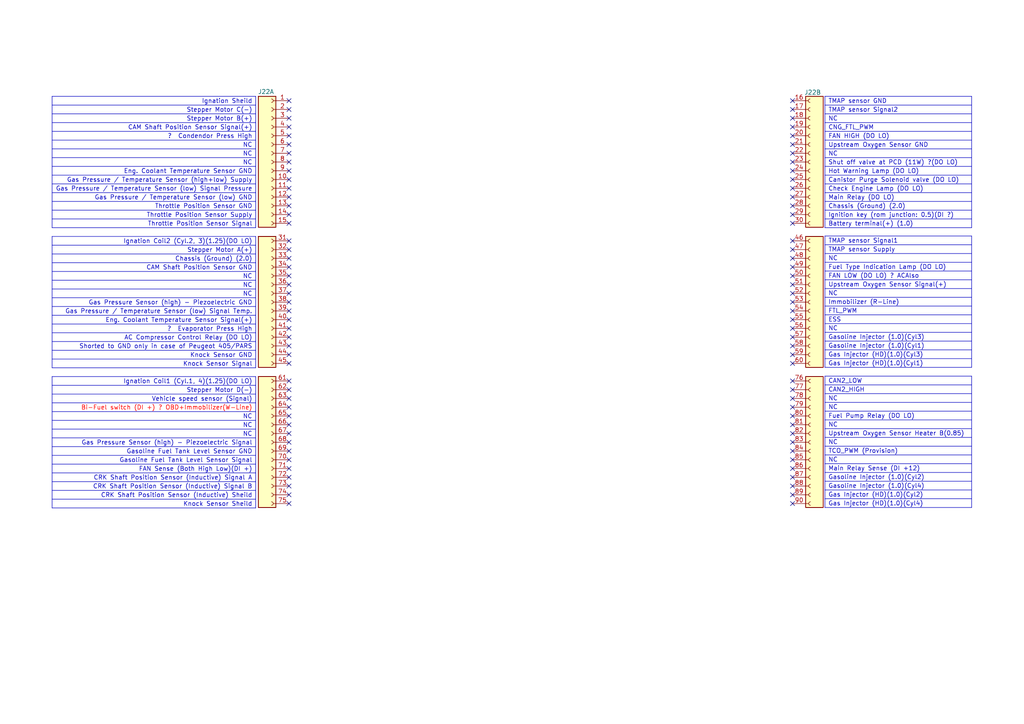
<source format=kicad_sch>
(kicad_sch (version 20250114) (generator "eeschema") (generator_version "9.0")
  (paper "A4")
  (lib_symbols
    (symbol "Conn_01x90_3Row_Socket_1" (pin_names (offset 1.016) (hide yes))
      (property "Reference" "J" (at 1.524 60.833 0))
      (property "Value" "Conn_01x90_3Row_Socket" (at 1.397 -61.214 0))
      (symbol "Conn_01x90_3Row_Socket_1_1_1"
        (pin passive line (at -4.318 58.42 0) (length 3.81) (name "A1") (number "1"))
        (pin passive line (at -4.318 55.88 0) (length 3.81) (name "A2") (number "2"))
        (pin passive line (at -4.318 53.34 0) (length 3.81) (name "A3") (number "3"))
        (pin passive line (at -4.318 50.8 0) (length 3.81) (name "A4") (number "4"))
        (pin passive line (at -4.318 48.26 0) (length 3.81) (name "A5") (number "5"))
        (pin passive line (at -4.318 45.72 0) (length 3.81) (name "A6") (number "6"))
        (pin passive line (at -4.318 43.18 0) (length 3.81) (name "A7") (number "7"))
        (pin passive line (at -4.318 40.64 0) (length 3.81) (name "A8") (number "8"))
        (pin passive line (at -4.318 38.1 0) (length 3.81) (name "A9") (number "9"))
        (pin passive line (at -4.318 35.56 0) (length 3.81) (name "A10") (number "10"))
        (pin passive line (at -4.318 33.02 0) (length 3.81) (name "A11") (number "11"))
        (pin passive line (at -4.318 30.48 0) (length 3.81) (name "A12") (number "12"))
        (pin passive line (at -4.318 27.94 0) (length 3.81) (name "A13") (number "13"))
        (pin passive line (at -4.318 25.4 0) (length 3.81) (name "A14") (number "14"))
        (pin passive line (at -4.318 22.86 0) (length 3.81) (name "A15") (number "15"))
        (pin passive line (at -4.318 17.78 0) (length 3.81) (name "A31") (number "31"))
        (pin passive line (at -4.318 15.24 0) (length 3.81) (name "A32") (number "32"))
        (pin passive line (at -4.318 12.7 0) (length 3.81) (name "A33") (number "33"))
        (pin passive line (at -4.318 10.16 0) (length 3.81) (name "A34") (number "34"))
        (pin passive line (at -4.318 7.62 0) (length 3.81) (name "A35") (number "35"))
        (pin passive line (at -4.318 5.08 0) (length 3.81) (name "A36") (number "36"))
        (pin passive line (at -4.318 2.54 0) (length 3.81) (name "A37") (number "37"))
        (pin passive line (at -4.318 0 0) (length 3.81) (name "A38") (number "38"))
        (pin passive line (at -4.318 -2.54 0) (length 3.81) (name "A39") (number "39"))
        (pin passive line (at -4.318 -5.08 0) (length 3.81) (name "A40") (number "40"))
        (pin passive line (at -4.318 -7.62 0) (length 3.81) (name "A41") (number "41"))
        (pin passive line (at -4.318 -10.16 0) (length 3.81) (name "A42") (number "42"))
        (pin passive line (at -4.318 -12.7 0) (length 3.81) (name "A43") (number "43"))
        (pin passive line (at -4.318 -15.24 0) (length 3.81) (name "A44") (number "44"))
        (pin passive line (at -4.318 -17.78 0) (length 3.81) (name "A45") (number "45"))
        (pin passive line (at -4.318 -22.86 0) (length 3.81) (name "A61") (number "61"))
        (pin passive line (at -4.318 -25.4 0) (length 3.81) (name "A62") (number "62"))
        (pin passive line (at -4.318 -27.94 0) (length 3.81) (name "A63") (number "63"))
        (pin passive line (at -4.318 -30.48 0) (length 3.81) (name "A64") (number "64"))
        (pin passive line (at -4.318 -33.02 0) (length 3.81) (name "A65") (number "65"))
        (pin passive line (at -4.318 -35.56 0) (length 3.81) (name "A66") (number "66"))
        (pin passive line (at -4.318 -38.1 0) (length 3.81) (name "A67") (number "67"))
        (pin passive line (at -4.318 -40.64 0) (length 3.81) (name "A68") (number "68"))
        (pin passive line (at -4.318 -43.18 0) (length 3.81) (name "A69") (number "69"))
        (pin passive line (at -4.318 -45.72 0) (length 3.81) (name "A70") (number "70"))
        (pin passive line (at -4.318 -48.26 0) (length 3.81) (name "A71") (number "71"))
        (pin passive line (at -4.318 -50.8 0) (length 3.81) (name "A72") (number "72"))
        (pin passive line (at -4.318 -53.34 0) (length 3.81) (name "A73") (number "73"))
        (pin passive line (at -4.318 -55.88 0) (length 3.81) (name "A74") (number "74"))
        (pin passive line (at -4.318 -58.42 0) (length 3.81) (name "A75") (number "75"))
      )
      (symbol "Conn_01x90_3Row_Socket_1_2_1"
        (pin passive line (at -4.318 58.42 0) (length 3.81) (name "B16") (number "16"))
        (pin passive line (at -4.318 55.88 0) (length 3.81) (name "B17") (number "17"))
        (pin passive line (at -4.318 53.34 0) (length 3.81) (name "B18") (number "18"))
        (pin passive line (at -4.318 50.8 0) (length 3.81) (name "B19") (number "19"))
        (pin passive line (at -4.318 48.26 0) (length 3.81) (name "B20") (number "20"))
        (pin passive line (at -4.318 45.72 0) (length 3.81) (name "B21") (number "21"))
        (pin passive line (at -4.318 43.18 0) (length 3.81) (name "B22") (number "22"))
        (pin passive line (at -4.318 40.64 0) (length 3.81) (name "B23") (number "23"))
        (pin passive line (at -4.318 38.1 0) (length 3.81) (name "B24") (number "24"))
        (pin passive line (at -4.318 35.56 0) (length 3.81) (name "B25") (number "25"))
        (pin passive line (at -4.318 33.02 0) (length 3.81) (name "B26") (number "26"))
        (pin passive line (at -4.318 30.48 0) (length 3.81) (name "B27") (number "27"))
        (pin passive line (at -4.318 27.94 0) (length 3.81) (name "B28") (number "28"))
        (pin passive line (at -4.318 25.4 0) (length 3.81) (name "B29") (number "29"))
        (pin passive line (at -4.318 22.86 0) (length 3.81) (name "B30") (number "30"))
        (pin passive line (at -4.318 17.78 0) (length 3.81) (name "B46") (number "46"))
        (pin passive line (at -4.318 15.24 0) (length 3.81) (name "B47") (number "47"))
        (pin passive line (at -4.318 12.7 0) (length 3.81) (name "B48") (number "48"))
        (pin passive line (at -4.318 10.16 0) (length 3.81) (name "B49") (number "49"))
        (pin passive line (at -4.318 7.62 0) (length 3.81) (name "B50") (number "50"))
        (pin passive line (at -4.318 5.08 0) (length 3.81) (name "B51") (number "51"))
        (pin passive line (at -4.318 2.54 0) (length 3.81) (name "B52") (number "52"))
        (pin passive line (at -4.318 0 0) (length 3.81) (name "B53") (number "53"))
        (pin passive line (at -4.318 -2.54 0) (length 3.81) (name "B54") (number "54"))
        (pin passive line (at -4.318 -5.08 0) (length 3.81) (name "B55") (number "55"))
        (pin passive line (at -4.318 -7.62 0) (length 3.81) (name "B56") (number "56"))
        (pin passive line (at -4.318 -10.16 0) (length 3.81) (name "B57") (number "57"))
        (pin passive line (at -4.318 -12.7 0) (length 3.81) (name "B58") (number "58"))
        (pin passive line (at -4.318 -15.24 0) (length 3.81) (name "B59") (number "59"))
        (pin passive line (at -4.318 -17.78 0) (length 3.81) (name "B60") (number "60"))
        (pin passive line (at -4.318 -22.86 0) (length 3.81) (name "B76") (number "76"))
        (pin passive line (at -4.318 -25.4 0) (length 3.81) (name "B77") (number "77"))
        (pin passive line (at -4.318 -27.94 0) (length 3.81) (name "B78") (number "78"))
        (pin passive line (at -4.318 -30.48 0) (length 3.81) (name "B79") (number "79"))
        (pin passive line (at -4.318 -33.02 0) (length 3.81) (name "B80") (number "80"))
        (pin passive line (at -4.318 -35.56 0) (length 3.81) (name "B81") (number "81"))
        (pin passive line (at -4.318 -38.1 0) (length 3.81) (name "B82") (number "82"))
        (pin passive line (at -4.318 -40.64 0) (length 3.81) (name "B83") (number "83"))
        (pin passive line (at -4.318 -43.18 0) (length 3.81) (name "B84") (number "84"))
        (pin passive line (at -4.318 -45.72 0) (length 3.81) (name "B85") (number "85"))
        (pin passive line (at -4.318 -48.26 0) (length 3.81) (name "B86") (number "86"))
        (pin passive line (at -4.318 -50.8 0) (length 3.81) (name "B87") (number "87"))
        (pin passive line (at -4.318 -53.34 0) (length 3.81) (name "B88") (number "88"))
        (pin passive line (at -4.318 -55.88 0) (length 3.81) (name "B89") (number "89"))
        (pin passive line (at -4.318 -58.42 0) (length 3.81) (name "B90") (number "90"))
      )
    )
    (symbol "sicma_socket:Conn_01x90_3Row_Socket" (pin_names (offset 1.016) (hide yes))
      (property "Reference" "J" (at 1.524 60.833 0))
      (property "Value" "Conn_01x90_3Row_Socket" (at 1.397 -61.214 0))
      (symbol "Conn_01x90_3Row_Socket_1_1"
        (pin passive line (at -4.318 58.42 0) (length 3.81) (name "A1") (number "1"))
        (pin passive line (at -4.318 55.88 0) (length 3.81) (name "A2") (number "2"))
        (pin passive line (at -4.318 53.34 0) (length 3.81) (name "A3") (number "3"))
        (pin passive line (at -4.318 50.8 0) (length 3.81) (name "A4") (number "4"))
        (pin passive line (at -4.318 48.26 0) (length 3.81) (name "A5") (number "5"))
        (pin passive line (at -4.318 45.72 0) (length 3.81) (name "A6") (number "6"))
        (pin passive line (at -4.318 43.18 0) (length 3.81) (name "A7") (number "7"))
        (pin passive line (at -4.318 40.64 0) (length 3.81) (name "A8") (number "8"))
        (pin passive line (at -4.318 38.1 0) (length 3.81) (name "A9") (number "9"))
        (pin passive line (at -4.318 35.56 0) (length 3.81) (name "A10") (number "10"))
        (pin passive line (at -4.318 33.02 0) (length 3.81) (name "A11") (number "11"))
        (pin passive line (at -4.318 30.48 0) (length 3.81) (name "A12") (number "12"))
        (pin passive line (at -4.318 27.94 0) (length 3.81) (name "A13") (number "13"))
        (pin passive line (at -4.318 25.4 0) (length 3.81) (name "A14") (number "14"))
        (pin passive line (at -4.318 22.86 0) (length 3.81) (name "A15") (number "15"))
        (pin passive line (at -4.318 17.78 0) (length 3.81) (name "A31") (number "31"))
        (pin passive line (at -4.318 15.24 0) (length 3.81) (name "A32") (number "32"))
        (pin passive line (at -4.318 12.7 0) (length 3.81) (name "A33") (number "33"))
        (pin passive line (at -4.318 10.16 0) (length 3.81) (name "A34") (number "34"))
        (pin passive line (at -4.318 7.62 0) (length 3.81) (name "A35") (number "35"))
        (pin passive line (at -4.318 5.08 0) (length 3.81) (name "A36") (number "36"))
        (pin passive line (at -4.318 2.54 0) (length 3.81) (name "A37") (number "37"))
        (pin passive line (at -4.318 0 0) (length 3.81) (name "A38") (number "38"))
        (pin passive line (at -4.318 -2.54 0) (length 3.81) (name "A39") (number "39"))
        (pin passive line (at -4.318 -5.08 0) (length 3.81) (name "A40") (number "40"))
        (pin passive line (at -4.318 -7.62 0) (length 3.81) (name "A41") (number "41"))
        (pin passive line (at -4.318 -10.16 0) (length 3.81) (name "A42") (number "42"))
        (pin passive line (at -4.318 -12.7 0) (length 3.81) (name "A43") (number "43"))
        (pin passive line (at -4.318 -15.24 0) (length 3.81) (name "A44") (number "44"))
        (pin passive line (at -4.318 -17.78 0) (length 3.81) (name "A45") (number "45"))
        (pin passive line (at -4.318 -22.86 0) (length 3.81) (name "A61") (number "61"))
        (pin passive line (at -4.318 -25.4 0) (length 3.81) (name "A62") (number "62"))
        (pin passive line (at -4.318 -27.94 0) (length 3.81) (name "A63") (number "63"))
        (pin passive line (at -4.318 -30.48 0) (length 3.81) (name "A64") (number "64"))
        (pin passive line (at -4.318 -33.02 0) (length 3.81) (name "A65") (number "65"))
        (pin passive line (at -4.318 -35.56 0) (length 3.81) (name "A66") (number "66"))
        (pin passive line (at -4.318 -38.1 0) (length 3.81) (name "A67") (number "67"))
        (pin passive line (at -4.318 -40.64 0) (length 3.81) (name "A68") (number "68"))
        (pin passive line (at -4.318 -43.18 0) (length 3.81) (name "A69") (number "69"))
        (pin passive line (at -4.318 -45.72 0) (length 3.81) (name "A70") (number "70"))
        (pin passive line (at -4.318 -48.26 0) (length 3.81) (name "A71") (number "71"))
        (pin passive line (at -4.318 -50.8 0) (length 3.81) (name "A72") (number "72"))
        (pin passive line (at -4.318 -53.34 0) (length 3.81) (name "A73") (number "73"))
        (pin passive line (at -4.318 -55.88 0) (length 3.81) (name "A74") (number "74"))
        (pin passive line (at -4.318 -58.42 0) (length 3.81) (name "A75") (number "75"))
      )
      (symbol "Conn_01x90_3Row_Socket_2_1"
        (pin passive line (at -4.318 58.42 0) (length 3.81) (name "B16") (number "16"))
        (pin passive line (at -4.318 55.88 0) (length 3.81) (name "B17") (number "17"))
        (pin passive line (at -4.318 53.34 0) (length 3.81) (name "B18") (number "18"))
        (pin passive line (at -4.318 50.8 0) (length 3.81) (name "B19") (number "19"))
        (pin passive line (at -4.318 48.26 0) (length 3.81) (name "B20") (number "20"))
        (pin passive line (at -4.318 45.72 0) (length 3.81) (name "B21") (number "21"))
        (pin passive line (at -4.318 43.18 0) (length 3.81) (name "B22") (number "22"))
        (pin passive line (at -4.318 40.64 0) (length 3.81) (name "B23") (number "23"))
        (pin passive line (at -4.318 38.1 0) (length 3.81) (name "B24") (number "24"))
        (pin passive line (at -4.318 35.56 0) (length 3.81) (name "B25") (number "25"))
        (pin passive line (at -4.318 33.02 0) (length 3.81) (name "B26") (number "26"))
        (pin passive line (at -4.318 30.48 0) (length 3.81) (name "B27") (number "27"))
        (pin passive line (at -4.318 27.94 0) (length 3.81) (name "B28") (number "28"))
        (pin passive line (at -4.318 25.4 0) (length 3.81) (name "B29") (number "29"))
        (pin passive line (at -4.318 22.86 0) (length 3.81) (name "B30") (number "30"))
        (pin passive line (at -4.318 17.78 0) (length 3.81) (name "B46") (number "46"))
        (pin passive line (at -4.318 15.24 0) (length 3.81) (name "B47") (number "47"))
        (pin passive line (at -4.318 12.7 0) (length 3.81) (name "B48") (number "48"))
        (pin passive line (at -4.318 10.16 0) (length 3.81) (name "B49") (number "49"))
        (pin passive line (at -4.318 7.62 0) (length 3.81) (name "B50") (number "50"))
        (pin passive line (at -4.318 5.08 0) (length 3.81) (name "B51") (number "51"))
        (pin passive line (at -4.318 2.54 0) (length 3.81) (name "B52") (number "52"))
        (pin passive line (at -4.318 0 0) (length 3.81) (name "B53") (number "53"))
        (pin passive line (at -4.318 -2.54 0) (length 3.81) (name "B54") (number "54"))
        (pin passive line (at -4.318 -5.08 0) (length 3.81) (name "B55") (number "55"))
        (pin passive line (at -4.318 -7.62 0) (length 3.81) (name "B56") (number "56"))
        (pin passive line (at -4.318 -10.16 0) (length 3.81) (name "B57") (number "57"))
        (pin passive line (at -4.318 -12.7 0) (length 3.81) (name "B58") (number "58"))
        (pin passive line (at -4.318 -15.24 0) (length 3.81) (name "B59") (number "59"))
        (pin passive line (at -4.318 -17.78 0) (length 3.81) (name "B60") (number "60"))
        (pin passive line (at -4.318 -22.86 0) (length 3.81) (name "B76") (number "76"))
        (pin passive line (at -4.318 -25.4 0) (length 3.81) (name "B77") (number "77"))
        (pin passive line (at -4.318 -27.94 0) (length 3.81) (name "B78") (number "78"))
        (pin passive line (at -4.318 -30.48 0) (length 3.81) (name "B79") (number "79"))
        (pin passive line (at -4.318 -33.02 0) (length 3.81) (name "B80") (number "80"))
        (pin passive line (at -4.318 -35.56 0) (length 3.81) (name "B81") (number "81"))
        (pin passive line (at -4.318 -38.1 0) (length 3.81) (name "B82") (number "82"))
        (pin passive line (at -4.318 -40.64 0) (length 3.81) (name "B83") (number "83"))
        (pin passive line (at -4.318 -43.18 0) (length 3.81) (name "B84") (number "84"))
        (pin passive line (at -4.318 -45.72 0) (length 3.81) (name "B85") (number "85"))
        (pin passive line (at -4.318 -48.26 0) (length 3.81) (name "B86") (number "86"))
        (pin passive line (at -4.318 -50.8 0) (length 3.81) (name "B87") (number "87"))
        (pin passive line (at -4.318 -53.34 0) (length 3.81) (name "B88") (number "88"))
        (pin passive line (at -4.318 -55.88 0) (length 3.81) (name "B89") (number "89"))
        (pin passive line (at -4.318 -58.42 0) (length 3.81) (name "B90") (number "90"))
      )
    )
  )
  (no_connect (at 83.82 130.81))
  (no_connect (at 229.87 29.21))
  (no_connect (at 229.87 82.55))
  (no_connect (at 83.82 138.43))
  (no_connect (at 83.82 62.23))
  (no_connect (at 229.87 92.71))
  (no_connect (at 229.87 57.15))
  (no_connect (at 83.82 36.83))
  (no_connect (at 229.87 118.11))
  (no_connect (at 229.87 105.41))
  (no_connect (at 229.87 128.27))
  (no_connect (at 229.87 31.75))
  (no_connect (at 229.87 135.89))
  (no_connect (at 83.82 74.93))
  (no_connect (at 229.87 64.77))
  (no_connect (at 83.82 90.17))
  (no_connect (at 229.87 36.83))
  (no_connect (at 83.82 95.25))
  (no_connect (at 83.82 125.73))
  (no_connect (at 83.82 34.29))
  (no_connect (at 83.82 97.79))
  (no_connect (at 229.87 90.17))
  (no_connect (at 229.87 85.09))
  (no_connect (at 229.87 34.29))
  (no_connect (at 229.87 80.01))
  (no_connect (at 83.82 87.63))
  (no_connect (at 229.87 120.65))
  (no_connect (at 83.82 31.75))
  (no_connect (at 83.82 52.07))
  (no_connect (at 229.87 62.23))
  (no_connect (at 83.82 92.71))
  (no_connect (at 83.82 44.45))
  (no_connect (at 229.87 113.03))
  (no_connect (at 229.87 138.43))
  (no_connect (at 229.87 39.37))
  (no_connect (at 83.82 39.37))
  (no_connect (at 83.82 118.11))
  (no_connect (at 83.82 115.57))
  (no_connect (at 229.87 146.05))
  (no_connect (at 229.87 143.51))
  (no_connect (at 83.82 100.33))
  (no_connect (at 83.82 29.21))
  (no_connect (at 83.82 105.41))
  (no_connect (at 83.82 123.19))
  (no_connect (at 83.82 120.65))
  (no_connect (at 83.82 140.97))
  (no_connect (at 83.82 54.61))
  (no_connect (at 83.82 85.09))
  (no_connect (at 229.87 41.91))
  (no_connect (at 229.87 102.87))
  (no_connect (at 83.82 69.85))
  (no_connect (at 229.87 74.93))
  (no_connect (at 229.87 130.81))
  (no_connect (at 229.87 140.97))
  (no_connect (at 229.87 97.79))
  (no_connect (at 83.82 77.47))
  (no_connect (at 229.87 87.63))
  (no_connect (at 229.87 49.53))
  (no_connect (at 229.87 95.25))
  (no_connect (at 83.82 82.55))
  (no_connect (at 83.82 143.51))
  (no_connect (at 229.87 54.61))
  (no_connect (at 83.82 64.77))
  (no_connect (at 229.87 44.45))
  (no_connect (at 229.87 69.85))
  (no_connect (at 83.82 135.89))
  (no_connect (at 229.87 46.99))
  (no_connect (at 83.82 46.99))
  (no_connect (at 83.82 110.49))
  (no_connect (at 83.82 59.69))
  (no_connect (at 229.87 125.73))
  (no_connect (at 229.87 133.35))
  (no_connect (at 83.82 128.27))
  (no_connect (at 229.87 123.19))
  (no_connect (at 83.82 72.39))
  (no_connect (at 229.87 52.07))
  (no_connect (at 229.87 115.57))
  (no_connect (at 83.82 57.15))
  (no_connect (at 229.87 77.47))
  (no_connect (at 83.82 102.87))
  (no_connect (at 83.82 133.35))
  (no_connect (at 229.87 110.49))
  (no_connect (at 83.82 41.91))
  (no_connect (at 229.87 100.33))
  (no_connect (at 83.82 146.05))
  (no_connect (at 83.82 113.03))
  (no_connect (at 229.87 59.69))
  (no_connect (at 83.82 80.01))
  (no_connect (at 83.82 49.53))
  (no_connect (at 229.87 72.39))
  (table (column_count 1) (border (external yes) (header yes)) (separators (rows yes) (cols yes)) (column_widths 42.545) (row_heights 2.54 2.54 2.54 2.54 2.54 2.54 2.54 2.54 2.54 2.54 2.54 2.54 2.54 2.54 2.54) (cells (table_cell "CAN2_LOW" (at 239.268 109.093 0) (size 42.545 2.54) (margins 0.9525 0.9525 0.9525 0.9525) (span 1 1)) (table_cell "CAN2_HIGH" (at 239.268 111.633 0) (size 42.545 2.54) (margins 0.9525 0.9525 0.9525 0.9525) (span 1 1)) (table_cell "NC" (at 239.268 114.173 0) (size 42.545 2.54) (margins 0.9525 0.9525 0.9525 0.9525) (span 1 1)) (table_cell "NC" (at 239.268 116.713 0) (size 42.545 2.54) (margins 0.9525 0.9525 0.9525 0.9525) (span 1 1)) (table_cell "Fuel Pump Relay (DO LO)" (at 239.268 119.253 0) (size 42.545 2.54) (margins 0.9525 0.9525 0.9525 0.9525) (span 1 1)) (table_cell "NC" (at 239.268 121.793 0) (size 42.545 2.54) (margins 0.9525 0.9525 0.9525 0.9525) (span 1 1)) (table_cell "Upstream Oxygen Sensor Heater B(0.85)" (at 239.268 124.333 0) (size 42.545 2.54) (margins 0.9525 0.9525 0.9525 0.9525) (span 1 1)) (table_cell "NC" (at 239.268 126.873 0) (size 42.545 2.54) (margins 0.9525 0.9525 0.9525 0.9525) (span 1 1)) (table_cell "TCO_PWM (Provision)" (at 239.268 129.413 0) (size 42.545 2.54) (margins 0.9525 0.9525 0.9525 0.9525) (span 1 1)) (table_cell "NC" (at 239.268 131.953 0) (size 42.545 2.54) (margins 0.9525 0.9525 0.9525 0.9525) (span 1 1)) (table_cell "Main Relay Sense (DI +12)" (at 239.268 134.493 0) (size 42.545 2.54) (margins 0.9525 0.9525 0.9525 0.9525) (span 1 1)) (table_cell "Gasoline Injector (1.0)(Cyl2)" (at 239.268 137.033 0) (size 42.545 2.54) (margins 0.9525 0.9525 0.9525 0.9525) (span 1 1)) (table_cell "Gasoline Injector (1.0)(Cyl4)" (at 239.268 139.573 0) (size 42.545 2.54) (margins 0.9525 0.9525 0.9525 0.9525) (span 1 1)) (table_cell "Gas Injector (HD)(1.0)(Cyl2)" (at 239.268 142.113 0) (size 42.545 2.54) (margins 0.9525 0.9525 0.9525 0.9525) (span 1 1)) (table_cell "Gas Injector (HD)(1.0)(Cyl4)" (at 239.268 144.653 0) (size 42.545 2.54) (margins 0.9525 0.9525 0.9525 0.9525) (span 1 1))))
  (table (column_count 1) (border (external yes) (header no)) (separators (rows yes) (cols no)) (column_widths 59.055) (row_heights 2.54 2.54 2.54 2.54 2.54 2.54 2.54 2.54 2.54 2.54 2.54 2.54 2.54 2.54 2.54) (cells (table_cell "Ignation Sheild" (at 15.113 27.94 0) (size 59.055 2.54) (margins 0.9525 0.9525 0.9525 0.9525) (span 1 1)) (table_cell "Stepper Motor C(-)" (at 15.113 30.48 0) (size 59.055 2.54) (margins 0.9525 0.9525 0.9525 0.9525) (span 1 1)) (table_cell "Stepper Motor B(+)" (at 15.113 33.02 0) (size 59.055 2.54) (margins 0.9525 0.9525 0.9525 0.9525) (span 1 1)) (table_cell "CAM Shaft Position Sensor Signal(+)" (at 15.113 35.56 0) (size 59.055 2.54) (margins 0.9525 0.9525 0.9525 0.9525) (span 1 1)) (table_cell "?  Condendor Press High" (at 15.113 38.1 0) (size 59.055 2.54) (margins 0.9525 0.9525 0.9525 0.9525) (span 1 1)) (table_cell "NC" (at 15.113 40.64 0) (size 59.055 2.54) (margins 0.9525 0.9525 0.9525 0.9525) (span 1 1)) (table_cell "NC" (at 15.113 43.18 0) (size 59.055 2.54) (margins 0.9525 0.9525 0.9525 0.9525) (span 1 1)) (table_cell "NC" (at 15.113 45.72 0) (size 59.055 2.54) (margins 0.9525 0.9525 0.9525 0.9525) (span 1 1)) (table_cell "Eng. Coolant Temperature Sensor GND" (at 15.113 48.26 0) (size 59.055 2.54) (margins 0.9525 0.9525 0.9525 0.9525) (span 1 1)) (table_cell "Gas Pressure / Temperature Sensor (high+low) Supply" (at 15.113 50.8 0) (size 59.055 2.54) (margins 0.9525 0.9525 0.9525 0.9525) (span 1 1)) (table_cell "Gas Pressure / Temperature Sensor (low) Signal Pressure" (at 15.113 53.34 0) (size 59.055 2.54) (margins 0.9525 0.9525 0.9525 0.9525) (span 1 1)) (table_cell "Gas Pressure / Temperature Sensor (low) GND" (at 15.113 55.88 0) (size 59.055 2.54) (margins 0.9525 0.9525 0.9525 0.9525) (span 1 1)) (table_cell "Throttle Position Sensor GND" (at 15.113 58.42 0) (size 59.055 2.54) (margins 0.9525 0.9525 0.9525 0.9525) (span 1 1)) (table_cell "Throttle Position Sensor Supply" (at 15.113 60.96 0) (size 59.055 2.54) (margins 0.9525 0.9525 0.9525 0.9525) (span 1 1)) (table_cell "Throttle Position Sensor Signal" (at 15.113 63.5 0) (size 59.055 2.54) (margins 0.9525 0.9525 0.9525 0.9525) (span 1 1))))
  (table (column_count 1) (border (external yes) (header yes)) (separators (rows yes) (cols yes)) (column_widths 42.545) (row_heights 2.54 2.54 2.54 2.54 2.54 2.54 2.54 2.54 2.54 2.54 2.54 2.54 2.54 2.54 2.54) (cells (table_cell "TMAP sensor Signal1" (at 239.268 68.453 0) (size 42.545 2.54) (margins 0.9525 0.9525 0.9525 0.9525) (span 1 1)) (table_cell "TMAP sensor Supply" (at 239.268 70.993 0) (size 42.545 2.54) (margins 0.9525 0.9525 0.9525 0.9525) (span 1 1)) (table_cell "NC" (at 239.268 73.533 0) (size 42.545 2.54) (margins 0.9525 0.9525 0.9525 0.9525) (span 1 1)) (table_cell "Fuel Type Indication Lamp (DO LO)" (at 239.268 76.073 0) (size 42.545 2.54) (margins 0.9525 0.9525 0.9525 0.9525) (span 1 1)) (table_cell "FAN LOW (DO LO) ? ACAlso" (at 239.268 78.613 0) (size 42.545 2.54) (margins 0.9525 0.9525 0.9525 0.9525) (span 1 1)) (table_cell "Upstream Oxygen Sensor Signal(+)" (at 239.268 81.153 0) (size 42.545 2.54) (margins 0.9525 0.9525 0.9525 0.9525) (span 1 1)) (table_cell "NC" (at 239.268 83.693 0) (size 42.545 2.54) (margins 0.9525 0.9525 0.9525 0.9525) (span 1 1)) (table_cell "Immobilizer (R-Line)" (at 239.268 86.233 0) (size 42.545 2.54) (margins 0.9525 0.9525 0.9525 0.9525) (span 1 1)) (table_cell "FTL_PWM" (at 239.268 88.773 0) (size 42.545 2.54) (margins 0.9525 0.9525 0.9525 0.9525) (span 1 1)) (table_cell "ESS" (at 239.268 91.313 0) (size 42.545 2.54) (margins 0.9525 0.9525 0.9525 0.9525) (span 1 1)) (table_cell "NC" (at 239.268 93.853 0) (size 42.545 2.54) (margins 0.9525 0.9525 0.9525 0.9525) (span 1 1)) (table_cell "Gasoline Injector (1.0)(Cyl3)" (at 239.268 96.393 0) (size 42.545 2.54) (margins 0.9525 0.9525 0.9525 0.9525) (span 1 1)) (table_cell "Gasoline Injector (1.0)(Cyl1)" (at 239.268 98.933 0) (size 42.545 2.54) (margins 0.9525 0.9525 0.9525 0.9525) (span 1 1)) (table_cell "Gas Injector (HD)(1.0)(Cyl3)" (at 239.268 101.473 0) (size 42.545 2.54) (margins 0.9525 0.9525 0.9525 0.9525) (span 1 1)) (table_cell "Gas Injector (HD)(1.0)(Cyl1)" (at 239.268 104.013 0) (size 42.545 2.54) (margins 0.9525 0.9525 0.9525 0.9525) (span 1 1))))
  (table (column_count 1) (border (external yes) (header yes)) (separators (rows yes) (cols yes)) (column_widths 59.055) (row_heights 2.54 2.54 2.54 2.54 2.54 2.54 2.54 2.54 2.54 2.54 2.54 2.54 2.54 2.54 2.54) (cells (table_cell "Ignation Coil2 (Cyl.2, 3)(1.25)(DO LO)" (at 15.113 68.58 0) (size 59.055 2.54) (margins 0.9525 0.9525 0.9525 0.9525) (span 1 1)) (table_cell "Stepper Motor A(+)" (at 15.113 71.12 0) (size 59.055 2.54) (margins 0.9525 0.9525 0.9525 0.9525) (span 1 1)) (table_cell "Chassis (Ground) (2.0)" (at 15.113 73.66 0) (size 59.055 2.54) (margins 0.9525 0.9525 0.9525 0.9525) (span 1 1)) (table_cell "CAM Shaft Position Sensor GND" (at 15.113 76.2 0) (size 59.055 2.54) (margins 0.9525 0.9525 0.9525 0.9525) (span 1 1)) (table_cell "NC" (at 15.113 78.74 0) (size 59.055 2.54) (margins 0.9525 0.9525 0.9525 0.9525) (span 1 1)) (table_cell "NC" (at 15.113 81.28 0) (size 59.055 2.54) (margins 0.9525 0.9525 0.9525 0.9525) (span 1 1)) (table_cell "NC" (at 15.113 83.82 0) (size 59.055 2.54) (margins 0.9525 0.9525 0.9525 0.9525) (span 1 1)) (table_cell "Gas Pressure Sensor (high) - Piezoelectric GND" (at 15.113 86.36 0) (size 59.055 2.54) (margins 0.9525 0.9525 0.9525 0.9525) (span 1 1)) (table_cell "Gas Pressure / Temperature Sensor (low) Signal Temp." (at 15.113 88.9 0) (size 59.055 2.54) (margins 0.9525 0.9525 0.9525 0.9525) (span 1 1)) (table_cell "Eng. Coolant Temperature Sensor Signal(+)" (at 15.113 91.44 0) (size 59.055 2.54) (margins 0.9525 0.9525 0.9525 0.9525) (span 1 1)) (table_cell "?  Evaporator Press High" (at 15.113 93.98 0) (size 59.055 2.54) (margins 0.9525 0.9525 0.9525 0.9525) (span 1 1)) (table_cell "AC Compressor Control Relay (DO LO)" (at 15.113 96.52 0) (size 59.055 2.54) (margins 0.9525 0.9525 0.9525 0.9525) (span 1 1)) (table_cell "Shorted to GND only in case of Peugeot 405/PARS" (at 15.113 99.06 0) (size 59.055 2.54) (margins 0.9525 0.9525 0.9525 0.9525) (span 1 1)) (table_cell "Knock Sensor GND" (at 15.113 101.6 0) (size 59.055 2.54) (margins 0.9525 0.9525 0.9525 0.9525) (span 1 1)) (table_cell "Knock Sensor Signal" (at 15.113 104.14 0) (size 59.055 2.54) (margins 0.9525 0.9525 0.9525 0.9525) (span 1 1))))
  (table (column_count 1) (border (external yes) (header yes)) (separators (rows yes) (cols yes)) (column_widths 59.055) (row_heights 2.54 2.54 2.54 2.54 2.54 2.54 2.54 2.54 2.54 2.54 2.54 2.54 2.54 2.54 2.54) (cells (table_cell "Ignation Coil1 (Cyl.1, 4)(1.25)(DO LO)" (at 15.113 109.22 0) (size 59.055 2.54) (margins 0.9525 0.9525 0.9525 0.9525) (span 1 1)) (table_cell "Stepper Motor D(-)" (at 15.113 111.76 0) (size 59.055 2.54) (margins 0.9525 0.9525 0.9525 0.9525) (span 1 1)) (table_cell "Vehicle speed sensor (Signal)" (at 15.113 114.3 0) (size 59.055 2.54) (margins 0.9525 0.9525 0.9525 0.9525) (span 1 1)) (table_cell "Bi-Fuel switch (DI +) ? OBD+Immobilizer(W-Line)" (at 15.113 116.84 0) (size 59.055 2.54) (margins 0.9525 0.9525 0.9525 0.9525) (span 1 1)) (table_cell "NC" (at 15.113 119.38 0) (size 59.055 2.54) (margins 0.9525 0.9525 0.9525 0.9525) (span 1 1)) (table_cell "NC" (at 15.113 121.92 0) (size 59.055 2.54) (margins 0.9525 0.9525 0.9525 0.9525) (span 1 1)) (table_cell "NC" (at 15.113 124.46 0) (size 59.055 2.54) (margins 0.9525 0.9525 0.9525 0.9525) (span 1 1)) (table_cell "Gas Pressure Sensor (high) - Piezoelectric Signal" (at 15.113 127 0) (size 59.055 2.54) (margins 0.9525 0.9525 0.9525 0.9525) (span 1 1)) (table_cell "Gasoline Fuel Tank Level Sensor GND" (at 15.113 129.54 0) (size 59.055 2.54) (margins 0.9525 0.9525 0.9525 0.9525) (span 1 1)) (table_cell "Gasoline Fuel Tank Level Sensor Signal" (at 15.113 132.08 0) (size 59.055 2.54) (margins 0.9525 0.9525 0.9525 0.9525) (span 1 1)) (table_cell "FAN Sense (Both High Low)(DI +)" (at 15.113 134.62 0) (size 59.055 2.54) (margins 0.9525 0.9525 0.9525 0.9525) (span 1 1)) (table_cell "CRK Shaft Position Sensor (Inductive) Signal A" (at 15.113 137.16 0) (size 59.055 2.54) (margins 0.9525 0.9525 0.9525 0.9525) (span 1 1)) (table_cell "CRK Shaft Position Sensor (Inductive) Signal B" (at 15.113 139.7 0) (size 59.055 2.54) (margins 0.9525 0.9525 0.9525 0.9525) (span 1 1)) (table_cell "CRK Shaft Position Sensor (Inductive) Sheild" (at 15.113 142.24 0) (size 59.055 2.54) (margins 0.9525 0.9525 0.9525 0.9525) (span 1 1)) (table_cell "Knock Sensor Sheild" (at 15.113 144.78 0) (size 59.055 2.54) (margins 0.9525 0.9525 0.9525 0.9525) (span 1 1))))
  (table (column_count 1) (border (external yes) (header yes)) (separators (rows yes) (cols yes)) (column_widths 42.545) (row_heights 2.54 2.54 2.54 2.54 2.54 2.54 2.54 2.54 2.54 2.54 2.54 2.54 2.54 2.54 2.54) (cells (table_cell "TMAP sensor GND" (at 239.268 27.94 0) (size 42.545 2.54) (margins 0.9525 0.9525 0.9525 0.9525) (span 1 1)) (table_cell "TMAP sensor Signal2" (at 239.268 30.48 0) (size 42.545 2.54) (margins 0.9525 0.9525 0.9525 0.9525) (span 1 1)) (table_cell "NC" (at 239.268 33.02 0) (size 42.545 2.54) (margins 0.9525 0.9525 0.9525 0.9525) (span 1 1)) (table_cell "CNG_FTL_PWM" (at 239.268 35.56 0) (size 42.545 2.54) (margins 0.9525 0.9525 0.9525 0.9525) (span 1 1)) (table_cell "FAN HIGH (DO LO)" (at 239.268 38.1 0) (size 42.545 2.54) (margins 0.9525 0.9525 0.9525 0.9525) (span 1 1)) (table_cell "Upstream Oxygen Sensor GND" (at 239.268 40.64 0) (size 42.545 2.54) (margins 0.9525 0.9525 0.9525 0.9525) (span 1 1)) (table_cell "NC" (at 239.268 43.18 0) (size 42.545 2.54) (margins 0.9525 0.9525 0.9525 0.9525) (span 1 1)) (table_cell "Shut off valve at PCD (11W) ?(DO LO)" (at 239.268 45.72 0) (size 42.545 2.54) (margins 0.9525 0.9525 0.9525 0.9525) (span 1 1)) (table_cell "Hot Warning Lamp (DO LO)" (at 239.268 48.26 0) (size 42.545 2.54) (margins 0.9525 0.9525 0.9525 0.9525) (span 1 1)) (table_cell "Canistor Purge Solenoid valve (DO LO)" (at 239.268 50.8 0) (size 42.545 2.54) (margins 0.9525 0.9525 0.9525 0.9525) (span 1 1)) (table_cell "Check Engine Lamp (DO LO)" (at 239.268 53.34 0) (size 42.545 2.54) (margins 0.9525 0.9525 0.9525 0.9525) (span 1 1)) (table_cell "Main Relay (DO LO)" (at 239.268 55.88 0) (size 42.545 2.54) (margins 0.9525 0.9525 0.9525 0.9525) (span 1 1)) (table_cell "Chassis (Ground) (2.0)" (at 239.268 58.42 0) (size 42.545 2.54) (margins 0.9525 0.9525 0.9525 0.9525) (span 1 1)) (table_cell "Ignition key (rom junction: 0.5)(DI ?)" (at 239.268 60.96 0) (size 42.545 2.54) (margins 0.9525 0.9525 0.9525 0.9525) (span 1 1)) (table_cell "Battery terminal(+) (1.0)" (at 239.268 63.5 0) (size 42.545 2.54) (margins 0.9525 0.9525 0.9525 0.9525) (span 1 1))))
  (symbol (lib_name "Conn_01x90_3Row_Socket_1") (lib_id "sicma_socket:Conn_01x90_3Row_Socket") (at 234.188 87.63 0) (unit 2)
    (property "Reference" "J22" (at 235.712 26.797 0))
    (property "Value" "Conn_01x90_3Row_Socket" (effects (hide yes)))
    (property "Description" "\"Duble connector, triple row, 03x30, unit letter first pin numbering scheme (pin number form 1 to 90\"" (effects (hide yes)))
    (instances (project "peugeot" (path "" (reference "J22") (unit 2)) (path "" (reference "J9") (unit 2))))
  )
  (symbol (lib_id "sicma_socket:Conn_01x90_3Row_Socket") (at 79.502 87.63 0) (mirror y) (unit 1)
    (property "Reference" "J22" (at 79.502 26.6064 0) (effects (justify left)))
    (property "Value" "Conn_01x90_3Row_Socket" (effects (hide yes)))
    (property "Description" "\"Duble connector, triple row, 03x30, unit letter first pin numbering scheme (pin number form 1 to 90\"" (effects (hide yes)))
    (instances (project "peugeot" (path "" (reference "J22") (unit 1)) (path "" (reference "J9") (unit 1))))
  )
)
</source>
